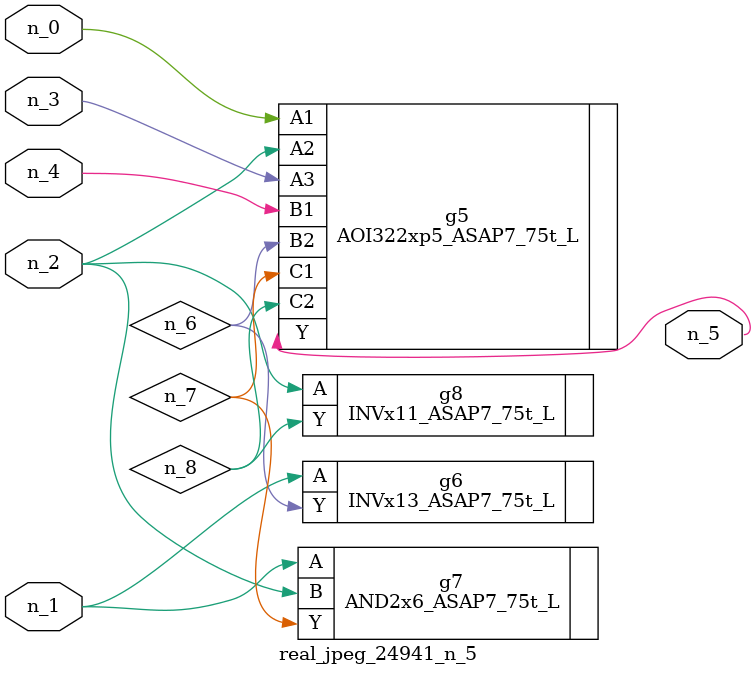
<source format=v>
module real_jpeg_24941_n_5 (n_4, n_0, n_1, n_2, n_3, n_5);

input n_4;
input n_0;
input n_1;
input n_2;
input n_3;

output n_5;

wire n_8;
wire n_6;
wire n_7;

AOI322xp5_ASAP7_75t_L g5 ( 
.A1(n_0),
.A2(n_2),
.A3(n_3),
.B1(n_4),
.B2(n_6),
.C1(n_7),
.C2(n_8),
.Y(n_5)
);

INVx13_ASAP7_75t_L g6 ( 
.A(n_1),
.Y(n_6)
);

AND2x6_ASAP7_75t_L g7 ( 
.A(n_1),
.B(n_2),
.Y(n_7)
);

INVx11_ASAP7_75t_L g8 ( 
.A(n_2),
.Y(n_8)
);


endmodule
</source>
